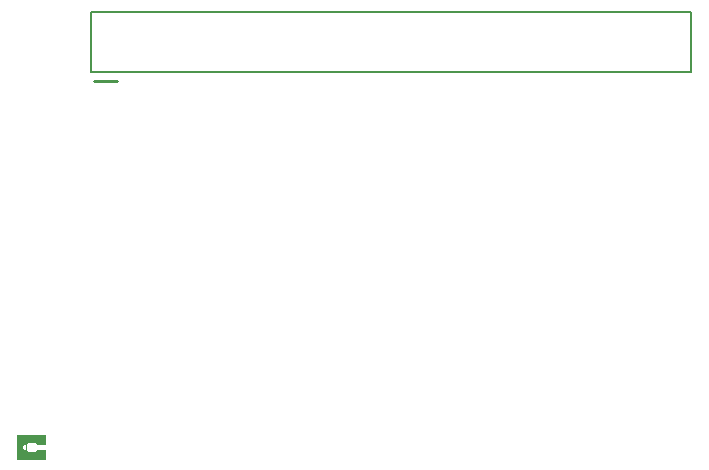
<source format=gbo>
G75*
%MOIN*%
%OFA0B0*%
%FSLAX24Y24*%
%IPPOS*%
%LPD*%
%AMOC8*
5,1,8,0,0,1.08239X$1,22.5*
%
%ADD10C,0.0100*%
%ADD11C,0.0080*%
%ADD12C,0.0010*%
D10*
X003045Y019519D02*
X003795Y019519D01*
D11*
X002945Y019819D02*
X002945Y021819D01*
X022945Y021819D01*
X022945Y019819D01*
X002945Y019819D01*
D12*
X001402Y006924D02*
X000472Y006924D01*
X000472Y007700D01*
X001400Y007700D01*
X001400Y007426D01*
X001130Y007426D01*
X001104Y007476D01*
X000822Y007476D01*
X000782Y007428D01*
X000764Y007428D01*
X000764Y007228D01*
X000780Y007228D01*
X000780Y007402D01*
X000780Y007424D01*
X000758Y007424D01*
X000758Y007402D01*
X000666Y007402D01*
X000640Y007374D01*
X000640Y007248D01*
X000662Y007226D01*
X000780Y007226D01*
X000780Y007196D01*
X000820Y007148D01*
X001104Y007148D01*
X001128Y007198D01*
X001402Y007198D01*
X001402Y006924D01*
X001402Y006925D02*
X000472Y006925D01*
X000472Y006933D02*
X001402Y006933D01*
X001402Y006942D02*
X000472Y006942D01*
X000472Y006950D02*
X001402Y006950D01*
X001402Y006959D02*
X000472Y006959D01*
X000472Y006967D02*
X001402Y006967D01*
X001402Y006976D02*
X000472Y006976D01*
X000472Y006984D02*
X001402Y006984D01*
X001402Y006993D02*
X000472Y006993D01*
X000472Y007001D02*
X001402Y007001D01*
X001402Y007010D02*
X000472Y007010D01*
X000472Y007018D02*
X001402Y007018D01*
X001402Y007027D02*
X000472Y007027D01*
X000472Y007035D02*
X001402Y007035D01*
X001402Y007044D02*
X000472Y007044D01*
X000472Y007052D02*
X001402Y007052D01*
X001402Y007061D02*
X000472Y007061D01*
X000472Y007069D02*
X001402Y007069D01*
X001402Y007078D02*
X000472Y007078D01*
X000472Y007086D02*
X001402Y007086D01*
X001402Y007095D02*
X000472Y007095D01*
X000472Y007103D02*
X001402Y007103D01*
X001402Y007112D02*
X000472Y007112D01*
X000472Y007120D02*
X001402Y007120D01*
X001402Y007129D02*
X000472Y007129D01*
X000472Y007137D02*
X001402Y007137D01*
X001402Y007146D02*
X000472Y007146D01*
X000472Y007154D02*
X000815Y007154D01*
X000808Y007163D02*
X000472Y007163D01*
X000472Y007171D02*
X000801Y007171D01*
X000794Y007180D02*
X000472Y007180D01*
X000472Y007188D02*
X000786Y007188D01*
X000780Y007197D02*
X000472Y007197D01*
X000472Y007205D02*
X000780Y007205D01*
X000780Y007214D02*
X000472Y007214D01*
X000472Y007222D02*
X000780Y007222D01*
X000780Y007231D02*
X000764Y007231D01*
X000764Y007239D02*
X000780Y007239D01*
X000780Y007248D02*
X000764Y007248D01*
X000764Y007256D02*
X000780Y007256D01*
X000780Y007265D02*
X000764Y007265D01*
X000764Y007273D02*
X000780Y007273D01*
X000780Y007282D02*
X000764Y007282D01*
X000764Y007290D02*
X000780Y007290D01*
X000780Y007299D02*
X000764Y007299D01*
X000764Y007307D02*
X000780Y007307D01*
X000780Y007316D02*
X000764Y007316D01*
X000764Y007324D02*
X000780Y007324D01*
X000780Y007333D02*
X000764Y007333D01*
X000764Y007341D02*
X000780Y007341D01*
X000780Y007350D02*
X000764Y007350D01*
X000764Y007358D02*
X000780Y007358D01*
X000780Y007367D02*
X000764Y007367D01*
X000764Y007375D02*
X000780Y007375D01*
X000780Y007384D02*
X000764Y007384D01*
X000764Y007392D02*
X000780Y007392D01*
X000780Y007401D02*
X000764Y007401D01*
X000764Y007409D02*
X000780Y007409D01*
X000780Y007418D02*
X000764Y007418D01*
X000758Y007418D02*
X000472Y007418D01*
X000472Y007426D02*
X000764Y007426D01*
X000758Y007409D02*
X000472Y007409D01*
X000472Y007401D02*
X000665Y007401D01*
X000657Y007392D02*
X000472Y007392D01*
X000472Y007384D02*
X000649Y007384D01*
X000641Y007375D02*
X000472Y007375D01*
X000472Y007367D02*
X000640Y007367D01*
X000640Y007358D02*
X000472Y007358D01*
X000472Y007350D02*
X000640Y007350D01*
X000640Y007341D02*
X000472Y007341D01*
X000472Y007333D02*
X000640Y007333D01*
X000640Y007324D02*
X000472Y007324D01*
X000472Y007316D02*
X000640Y007316D01*
X000640Y007307D02*
X000472Y007307D01*
X000472Y007299D02*
X000640Y007299D01*
X000640Y007290D02*
X000472Y007290D01*
X000472Y007282D02*
X000640Y007282D01*
X000640Y007273D02*
X000472Y007273D01*
X000472Y007265D02*
X000640Y007265D01*
X000640Y007256D02*
X000472Y007256D01*
X000472Y007248D02*
X000640Y007248D01*
X000649Y007239D02*
X000472Y007239D01*
X000472Y007231D02*
X000657Y007231D01*
X000788Y007435D02*
X000472Y007435D01*
X000472Y007443D02*
X000795Y007443D01*
X000802Y007452D02*
X000472Y007452D01*
X000472Y007460D02*
X000809Y007460D01*
X000816Y007469D02*
X000472Y007469D01*
X000472Y007477D02*
X001400Y007477D01*
X001400Y007469D02*
X001108Y007469D01*
X001112Y007460D02*
X001400Y007460D01*
X001400Y007452D02*
X001117Y007452D01*
X001121Y007443D02*
X001400Y007443D01*
X001400Y007435D02*
X001125Y007435D01*
X001130Y007426D02*
X001400Y007426D01*
X001400Y007486D02*
X000472Y007486D01*
X000472Y007494D02*
X001400Y007494D01*
X001400Y007503D02*
X000472Y007503D01*
X000472Y007511D02*
X001400Y007511D01*
X001400Y007520D02*
X000472Y007520D01*
X000472Y007528D02*
X001400Y007528D01*
X001400Y007537D02*
X000472Y007537D01*
X000472Y007545D02*
X001400Y007545D01*
X001400Y007554D02*
X000472Y007554D01*
X000472Y007562D02*
X001400Y007562D01*
X001400Y007571D02*
X000472Y007571D01*
X000472Y007579D02*
X001400Y007579D01*
X001400Y007588D02*
X000472Y007588D01*
X000472Y007596D02*
X001400Y007596D01*
X001400Y007605D02*
X000472Y007605D01*
X000472Y007613D02*
X001400Y007613D01*
X001400Y007622D02*
X000472Y007622D01*
X000472Y007630D02*
X001400Y007630D01*
X001400Y007639D02*
X000472Y007639D01*
X000472Y007647D02*
X001400Y007647D01*
X001400Y007656D02*
X000472Y007656D01*
X000472Y007664D02*
X001400Y007664D01*
X001400Y007673D02*
X000472Y007673D01*
X000472Y007681D02*
X001400Y007681D01*
X001400Y007690D02*
X000472Y007690D01*
X000472Y007698D02*
X001400Y007698D01*
X001402Y007197D02*
X001127Y007197D01*
X001123Y007188D02*
X001402Y007188D01*
X001402Y007180D02*
X001119Y007180D01*
X001115Y007171D02*
X001402Y007171D01*
X001402Y007163D02*
X001111Y007163D01*
X001107Y007154D02*
X001402Y007154D01*
M02*

</source>
